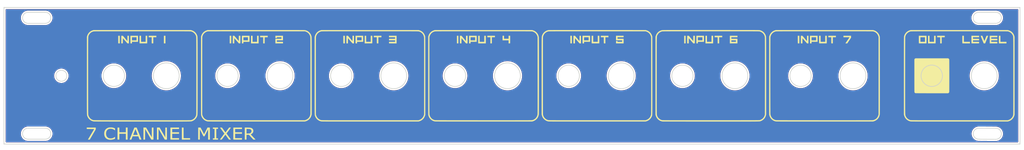
<source format=kicad_pcb>
(kicad_pcb (version 20241229) (generator "pcbnew") (generator_version "9.0")
  (layers (0 "F.Cu" signal) (2 "B.Cu" signal) (13 "F.Paste" user) (15 "B.Paste" user) (5 "F.SilkS" user "F.Silkscreen") (7 "B.SilkS" user "B.Silkscreen") (1 "F.Mask" user) (3 "B.Mask" user) (25 "Edge.Cuts" user))
  (net 0 "")
  (footprint "Front Panel:Mixer" (layer "F.Cu") (at 160.85 89.35)
    (property "Reference" "G***" (hide yes))
    (property "Value" "LOGO" (hide yes))
  )
  (gr_line (start 9.1055 105.125) (end 14.1055 105.125) (stroke (width 0.2)) (layer "Edge.Cuts"))
  (gr_circle (center 67.03 86.7) (end 70.13 86.7) (stroke (width 0.2)) (fill no) (layer "Edge.Cuts"))
  (gr_circle (center 148.31 86.7) (end 152.06 86.7) (stroke (width 0.2)) (fill no) (layer "Edge.Cuts"))
  (gr_circle (center 18.77 86.7) (end 20.37 86.7) (stroke (width 0.2)) (fill no) (layer "Edge.Cuts"))
  (gr_line (start 297.1055 106.525) (end 2.1055 106.525) (stroke (width 0.2)) (layer "Edge.Cuts"))
  (gr_circle (center 214.35 86.7) (end 218.1 86.7) (stroke (width 0.2)) (fill no) (layer "Edge.Cuts"))
  (gr_line (start 14.1055 101.925) (end 9.1055 101.925) (stroke (width 0.2)) (layer "Edge.Cuts"))
  (gr_arc (start 14.1055 68.275) (mid 15.7055 69.875) (end 14.1055 71.475) (stroke (width 0.2)) (layer "Edge.Cuts"))
  (gr_circle (center 34.01 86.7) (end 37.11 86.7) (stroke (width 0.2)) (fill no) (layer "Edge.Cuts"))
  (gr_arc (start 285.15082 105.123805) (mid 283.559981 103.516968) (end 285.152513 101.926122) (stroke (width 0.2)) (layer "Edge.Cuts"))
  (gr_circle (center 199.11 86.7) (end 202.21 86.7) (stroke (width 0.2)) (fill no) (layer "Edge.Cuts"))
  (gr_arc (start 290.113518 101.950942) (mid 291.704344 103.557766) (end 290.108687 105.148609) (stroke (width 0.2)) (layer "Edge.Cuts"))
  (gr_circle (center 233.4 86.7) (end 236.5 86.7) (stroke (width 0.2)) (fill no) (layer "Edge.Cuts"))
  (gr_circle (center 286.74 86.7) (end 290.49 86.7) (stroke (width 0.2)) (fill no) (layer "Edge.Cuts"))
  (gr_circle (center 82.27 86.7) (end 86.02 86.7) (stroke (width 0.2)) (fill no) (layer "Edge.Cuts"))
  (gr_line (start 290.113518 101.950942) (end 285.152513 101.926122) (stroke (width 0.2)) (layer "Edge.Cuts"))
  (gr_arc (start 9.1055 71.475) (mid 7.5055 69.875) (end 9.1055 68.275) (stroke (width 0.2)) (layer "Edge.Cuts"))
  (gr_line (start 14.1055 68.275) (end 9.1055 68.275) (stroke (width 0.2)) (layer "Edge.Cuts"))
  (gr_circle (center 133.07 86.7) (end 136.17 86.7) (stroke (width 0.2)) (fill no) (layer "Edge.Cuts"))
  (gr_arc (start 290.105519 68.275) (mid 291.705486 69.874967) (end 290.1055 71.475) (stroke (width 0.2)) (layer "Edge.Cuts"))
  (gr_arc (start 285.105519 71.475) (mid 283.505486 69.874967) (end 285.091097 68.275) (stroke (width 0.2)) (layer "Edge.Cuts"))
  (gr_circle (center 100.05 86.7) (end 103.15 86.7) (stroke (width 0.2)) (fill no) (layer "Edge.Cuts"))
  (gr_line (start 2.1055 66.875) (end 297.1055 66.875) (stroke (width 0.2)) (layer "Edge.Cuts"))
  (gr_line (start 285.15082 105.123805) (end 290.108687 105.148609) (stroke (width 0.2)) (layer "Edge.Cuts"))
  (gr_line (start 9.1055 71.475) (end 14.1055 71.475) (stroke (width 0.2)) (layer "Edge.Cuts"))
  (gr_line (start 290.105519 68.275) (end 285.091097 68.275) (stroke (width 0.2)) (layer "Edge.Cuts"))
  (gr_arc (start 9.1055 105.125) (mid 7.5055 103.525) (end 9.1055 101.925) (stroke (width 0.2)) (layer "Edge.Cuts"))
  (gr_circle (center 248.64 86.7) (end 252.39 86.7) (stroke (width 0.2)) (fill no) (layer "Edge.Cuts"))
  (gr_line (start 2.1055 106.525) (end 2.1055 66.875) (stroke (width 0.2)) (layer "Edge.Cuts"))
  (gr_line (start 297.1055 66.875) (end 297.1055 106.525) (stroke (width 0.2)) (layer "Edge.Cuts"))
  (gr_arc (start 14.1055 101.925) (mid 15.7055 103.525) (end 14.1055 105.125) (stroke (width 0.2)) (layer "Edge.Cuts"))
  (gr_circle (center 115.29 86.7) (end 119.04 86.7) (stroke (width 0.2)) (fill no) (layer "Edge.Cuts"))
  (gr_circle (center 271.5 86.7) (end 274.6 86.7) (stroke (width 0.2)) (fill no) (layer "Edge.Cuts"))
  (gr_line (start 285.105519 71.475) (end 290.1055 71.475) (stroke (width 0.2)) (layer "Edge.Cuts"))
  (gr_circle (center 166.09 86.7) (end 169.19 86.7) (stroke (width 0.2)) (fill no) (layer "Edge.Cuts"))
  (gr_circle (center 181.33 86.7) (end 185.08 86.7) (stroke (width 0.2)) (fill no) (layer "Edge.Cuts"))
  (gr_circle (center 49.25 86.7) (end 53 86.7) (stroke (width 0.2)) (fill no) (layer "Edge.Cuts"))
  (zone (net 0) (net_name "") (layers "F.Cu" "B.Cu") (connect_pads yes (clearance 0.5)) (min_thickness 0.25) (fill yes (thermal_gap 0.5) (thermal_bridge_width 0.5) (island_removal_mode 1) (island_area_min 10))
    (polygon (pts (xy 0.95 64.7) (xy 298.3 66.35) (xy 298.05 108.25) (xy 1.45 107.9)))
  )
)
</source>
